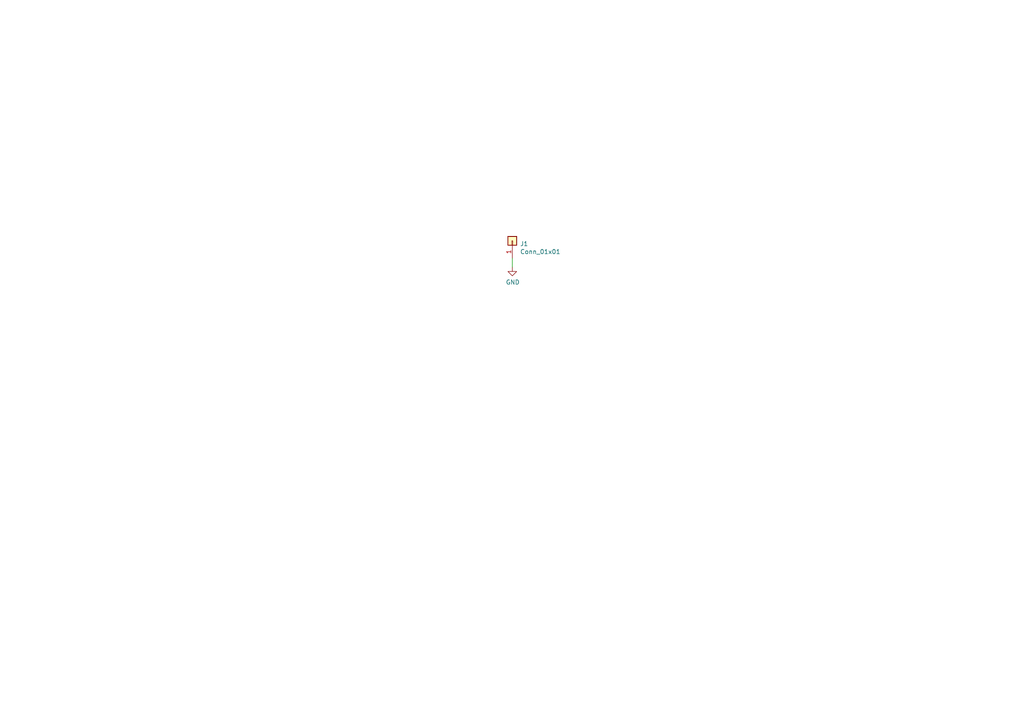
<source format=kicad_sch>
(kicad_sch (version 20231120) (generator "eeschema") (generator_version "8.0")
  (paper "A4")
  (title_block (title "HP 6632B Shorting Bar") (date "2024-11-15") (rev "1.0.0") (comment 1 "Copyright (©) 2024, Patrick Baus <patrick.baus@physik.tu-darmstadt.de>") (comment 2 "Licensed under CERN OHL-W v2.0"))
  (lib_symbols
    (symbol "Connector_Generic:Conn_01x01" (pin_names (offset 1.016) hide)
      (property "Reference" "J" (at 0 2.54 0))
      (property "Value" "Conn_01x01" (at 0 -2.54 0))
      (symbol "Conn_01x01_1_1"
        (rectangle (start -1.27 0.127) (end 0 -0.127) (stroke (width 0.1524)))
        (rectangle (start -1.27 1.27) (end 1.27 -1.27) (stroke (width 0.254)) (fill (type background)))
        (pin passive line (at -5.08 0 0) (length 3.81) (name "Pin_1") (number "1"))
      )
    )
    (symbol "power:GND" (power) (pin_numbers hide) (pin_names (offset 0) hide)
      (property "Value" "GND" (at 0 -3.81 0))
      (symbol "GND_0_1"
        (polyline (pts (xy 0 0) (xy 0 -1.27) (xy 1.27 -1.27) (xy 0 -2.54) (xy -1.27 -1.27) (xy 0 -1.27)))
      )
      (symbol "GND_1_1"
        (pin power_in line (at 0 0 270) (length 0) (name "~") (number "1"))
      )
    )
  )
  (wire (pts (xy 148.59 77.47) (xy 148.59 74.93)))
  (symbol (lib_id "Connector_Generic:Conn_01x01") (at 148.59 69.85 90) (unit 1)
    (property "Reference" "J1" (at 150.8252 70.7136 90) (effects (justify right)))
    (property "Value" "Conn_01x01" (at 150.8252 73.025 90) (effects (justify right)))
    (property "Footprint" "TestPoint:TestPoint_Pad_1.0x1.0mm" (effects (hide yes)))
  )
  (symbol (lib_id "power:GND") (at 148.59 77.47 0) (unit 1)
    (property "Reference" "#PWR01" (effects (hide yes)))
    (property "Value" "GND" (at 148.717 81.8642 0))
  )
)
</source>
